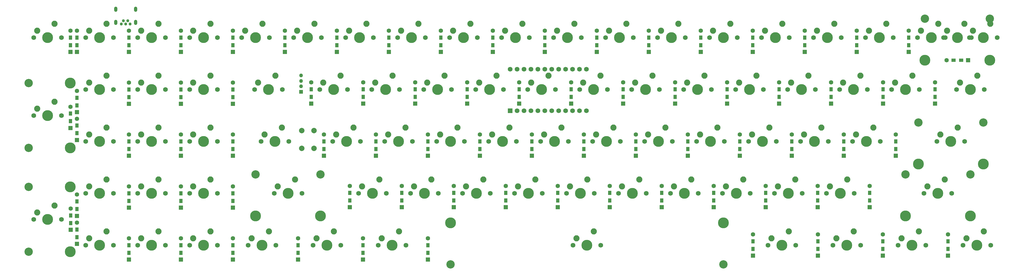
<source format=gbr>
%TF.GenerationSoftware,KiCad,Pcbnew,(5.1.7)-1*%
%TF.CreationDate,2021-02-06T20:18:09+07:00*%
%TF.ProjectId,bevi,62657669-2e6b-4696-9361-645f70636258,rev?*%
%TF.SameCoordinates,Original*%
%TF.FileFunction,Soldermask,Bot*%
%TF.FilePolarity,Negative*%
%FSLAX46Y46*%
G04 Gerber Fmt 4.6, Leading zero omitted, Abs format (unit mm)*
G04 Created by KiCad (PCBNEW (5.1.7)-1) date 2021-02-06 20:18:09*
%MOMM*%
%LPD*%
G01*
G04 APERTURE LIST*
%ADD10C,2.000000*%
%ADD11O,1.350000X1.350000*%
%ADD12R,1.350000X1.350000*%
%ADD13C,1.752600*%
%ADD14R,1.752600X1.752600*%
%ADD15O,1.200000X1.900000*%
%ADD16C,1.100000*%
%ADD17C,2.250000*%
%ADD18C,3.987800*%
%ADD19C,1.750000*%
%ADD20R,1.600000X1.600000*%
%ADD21C,1.600000*%
%ADD22R,1.600000X1.200000*%
%ADD23R,1.200000X1.600000*%
%ADD24C,3.048000*%
G04 APERTURE END LIST*
D10*
%TO.C,SW1*%
X122062500Y-78218750D03*
X126562500Y-78218750D03*
X122062500Y-71718750D03*
X126562500Y-71718750D03*
%TD*%
D11*
%TO.C,J2*%
X121875000Y-51468750D03*
X121875000Y-53468750D03*
X121875000Y-55468750D03*
D12*
X121875000Y-57468750D03*
%TD*%
D13*
%TO.C,U1*%
X198467500Y-49192500D03*
X226407500Y-64432500D03*
X201007500Y-49192500D03*
X203547500Y-49192500D03*
X206087500Y-49192500D03*
X208627500Y-49192500D03*
X211167500Y-49192500D03*
X213707500Y-49192500D03*
X216247500Y-49192500D03*
X218787500Y-49192500D03*
X221327500Y-49192500D03*
X223867500Y-49192500D03*
X226407500Y-49192500D03*
X223867500Y-64432500D03*
X221327500Y-64432500D03*
X218787500Y-64432500D03*
X216247500Y-64432500D03*
X213707500Y-64432500D03*
X211167500Y-64432500D03*
X208627500Y-64432500D03*
X206087500Y-64432500D03*
X203547500Y-64432500D03*
X201007500Y-64432500D03*
D14*
X198467500Y-64432500D03*
%TD*%
D15*
%TO.C,J1*%
X61212500Y-31968750D03*
X53912500Y-31968750D03*
D16*
X55962500Y-32568750D03*
X56762500Y-31368750D03*
X57562500Y-32568750D03*
X58362500Y-31368750D03*
X59162500Y-32568750D03*
D15*
X53912500Y-27148750D03*
X61212500Y-27148750D03*
%TD*%
D17*
%TO.C,MX_0_1*%
X88658750Y-32513750D03*
D18*
X86118750Y-37593750D03*
D17*
X82308750Y-35053750D03*
D19*
X81038750Y-37593750D03*
X91198750Y-37593750D03*
%TD*%
D20*
%TO.C,D85*%
X366243750Y-45843750D03*
D21*
X358443750Y-45843750D03*
D22*
X363743750Y-45843750D03*
X360943750Y-45843750D03*
%TD*%
D17*
%TO.C,MX_9_7_1*%
X355358750Y-32513750D03*
D18*
X352818750Y-37593750D03*
D17*
X349008750Y-35053750D03*
D19*
X347738750Y-37593750D03*
X357898750Y-37593750D03*
%TD*%
D17*
%TO.C,MX_8_5*%
X374408750Y-32513750D03*
D18*
X371868750Y-37593750D03*
D17*
X368058750Y-35053750D03*
D19*
X366788750Y-37593750D03*
X376948750Y-37593750D03*
%TD*%
D20*
%TO.C,D97*%
X344550000Y-42862500D03*
D21*
X344550000Y-35062500D03*
D23*
X344550000Y-40362500D03*
X344550000Y-37562500D03*
%TD*%
D20*
%TO.C,D96*%
X335062500Y-117618750D03*
D21*
X335062500Y-109818750D03*
D23*
X335062500Y-115118750D03*
X335062500Y-112318750D03*
%TD*%
D20*
%TO.C,D95*%
X287437500Y-117618750D03*
D21*
X287437500Y-109818750D03*
D23*
X287437500Y-115118750D03*
X287437500Y-112318750D03*
%TD*%
D20*
%TO.C,D94*%
X37312500Y-42862500D03*
D21*
X37312500Y-35062500D03*
D23*
X37312500Y-40362500D03*
X37312500Y-37562500D03*
%TD*%
D20*
%TO.C,D93*%
X37406250Y-108150000D03*
D21*
X37406250Y-100350000D03*
D23*
X37406250Y-105650000D03*
X37406250Y-102850000D03*
%TD*%
D20*
%TO.C,D92*%
X144525000Y-119062500D03*
D21*
X144525000Y-111262500D03*
D23*
X144525000Y-116562500D03*
X144525000Y-113762500D03*
%TD*%
D20*
%TO.C,D91*%
X96900000Y-119062500D03*
D21*
X96900000Y-111262500D03*
D23*
X96900000Y-116562500D03*
X96900000Y-113762500D03*
%TD*%
D20*
%TO.C,D90*%
X58800000Y-119062500D03*
D21*
X58800000Y-111262500D03*
D23*
X58800000Y-116562500D03*
X58800000Y-113762500D03*
%TD*%
D20*
%TO.C,D87*%
X358875000Y-117618750D03*
D21*
X358875000Y-109818750D03*
D23*
X358875000Y-115118750D03*
X358875000Y-112318750D03*
%TD*%
D20*
%TO.C,D86*%
X311250000Y-117618750D03*
D21*
X311250000Y-109818750D03*
D23*
X311250000Y-115118750D03*
X311250000Y-112318750D03*
%TD*%
D20*
%TO.C,D84*%
X37312500Y-70743750D03*
D21*
X37312500Y-62943750D03*
D23*
X37312500Y-68243750D03*
X37312500Y-65443750D03*
%TD*%
D20*
%TO.C,D83*%
X168337500Y-119062500D03*
D21*
X168337500Y-111262500D03*
D23*
X168337500Y-116562500D03*
X168337500Y-113762500D03*
%TD*%
D20*
%TO.C,D82*%
X120712500Y-119062500D03*
D21*
X120712500Y-111262500D03*
D23*
X120712500Y-116562500D03*
X120712500Y-113762500D03*
%TD*%
D20*
%TO.C,D81*%
X77850000Y-119062500D03*
D21*
X77850000Y-111262500D03*
D23*
X77850000Y-116562500D03*
X77850000Y-113762500D03*
%TD*%
D20*
%TO.C,D80*%
X39750000Y-113306250D03*
D21*
X39750000Y-105506250D03*
D23*
X39750000Y-110806250D03*
X39750000Y-108006250D03*
%TD*%
D20*
%TO.C,D77*%
X354131250Y-61837500D03*
D21*
X354131250Y-54037500D03*
D23*
X354131250Y-59337500D03*
X354131250Y-56537500D03*
%TD*%
D20*
%TO.C,D76*%
X311137500Y-99843750D03*
D21*
X311137500Y-92043750D03*
D23*
X311137500Y-97343750D03*
X311137500Y-94543750D03*
%TD*%
D20*
%TO.C,D75*%
X273037500Y-99843750D03*
D21*
X273037500Y-92043750D03*
D23*
X273037500Y-97343750D03*
X273037500Y-94543750D03*
%TD*%
D20*
%TO.C,D74*%
X234937500Y-99843750D03*
D21*
X234937500Y-92043750D03*
D23*
X234937500Y-97343750D03*
X234937500Y-94543750D03*
%TD*%
D20*
%TO.C,D73*%
X196837500Y-99843750D03*
D21*
X196837500Y-92043750D03*
D23*
X196837500Y-97343750D03*
X196837500Y-94543750D03*
%TD*%
D20*
%TO.C,D72*%
X158737500Y-99843750D03*
D21*
X158737500Y-92043750D03*
D23*
X158737500Y-97343750D03*
X158737500Y-94543750D03*
%TD*%
D20*
%TO.C,D71*%
X96900000Y-100012500D03*
D21*
X96900000Y-92212500D03*
D23*
X96900000Y-97512500D03*
X96900000Y-94712500D03*
%TD*%
D20*
%TO.C,D70*%
X58800000Y-100012500D03*
D21*
X58800000Y-92212500D03*
D23*
X58800000Y-97512500D03*
X58800000Y-94712500D03*
%TD*%
D20*
%TO.C,D67*%
X330187500Y-99843750D03*
D21*
X330187500Y-92043750D03*
D23*
X330187500Y-97343750D03*
X330187500Y-94543750D03*
%TD*%
D20*
%TO.C,D66*%
X292087500Y-99843750D03*
D21*
X292087500Y-92043750D03*
D23*
X292087500Y-97343750D03*
X292087500Y-94543750D03*
%TD*%
D20*
%TO.C,D65*%
X253987500Y-99843750D03*
D21*
X253987500Y-92043750D03*
D23*
X253987500Y-97343750D03*
X253987500Y-94543750D03*
%TD*%
D20*
%TO.C,D64*%
X215887500Y-99843750D03*
D21*
X215887500Y-92043750D03*
D23*
X215887500Y-97343750D03*
X215887500Y-94543750D03*
%TD*%
D20*
%TO.C,D63*%
X177787500Y-99843750D03*
D21*
X177787500Y-92043750D03*
D23*
X177787500Y-97343750D03*
X177787500Y-94543750D03*
%TD*%
D20*
%TO.C,D62*%
X139687500Y-99843750D03*
D21*
X139687500Y-92043750D03*
D23*
X139687500Y-97343750D03*
X139687500Y-94543750D03*
%TD*%
D20*
%TO.C,D61*%
X77850000Y-100012500D03*
D21*
X77850000Y-92212500D03*
D23*
X77850000Y-97512500D03*
X77850000Y-94712500D03*
%TD*%
D20*
%TO.C,D60*%
X39750000Y-102993750D03*
D21*
X39750000Y-95193750D03*
D23*
X39750000Y-100493750D03*
X39750000Y-97693750D03*
%TD*%
D20*
%TO.C,D57*%
X339768750Y-80962500D03*
D21*
X339768750Y-73162500D03*
D23*
X339768750Y-78462500D03*
X339768750Y-75662500D03*
%TD*%
D20*
%TO.C,D56*%
X301668750Y-80962500D03*
D21*
X301668750Y-73162500D03*
D23*
X301668750Y-78462500D03*
X301668750Y-75662500D03*
%TD*%
D20*
%TO.C,D55*%
X263568750Y-80962500D03*
D21*
X263568750Y-73162500D03*
D23*
X263568750Y-78462500D03*
X263568750Y-75662500D03*
%TD*%
D20*
%TO.C,D54*%
X225468750Y-80962500D03*
D21*
X225468750Y-73162500D03*
D23*
X225468750Y-78462500D03*
X225468750Y-75662500D03*
%TD*%
D20*
%TO.C,D53*%
X187368750Y-80962500D03*
D21*
X187368750Y-73162500D03*
D23*
X187368750Y-78462500D03*
X187368750Y-75662500D03*
%TD*%
D20*
%TO.C,D52*%
X149268750Y-80962500D03*
D21*
X149268750Y-73162500D03*
D23*
X149268750Y-78462500D03*
X149268750Y-75662500D03*
%TD*%
D20*
%TO.C,D51*%
X96900000Y-80962500D03*
D21*
X96900000Y-73162500D03*
D23*
X96900000Y-78462500D03*
X96900000Y-75662500D03*
%TD*%
D20*
%TO.C,D50*%
X58800000Y-80962500D03*
D21*
X58800000Y-73162500D03*
D23*
X58800000Y-78462500D03*
X58800000Y-75662500D03*
%TD*%
D20*
%TO.C,D47*%
X320718750Y-80962500D03*
D21*
X320718750Y-73162500D03*
D23*
X320718750Y-78462500D03*
X320718750Y-75662500D03*
%TD*%
D20*
%TO.C,D46*%
X282618750Y-80962500D03*
D21*
X282618750Y-73162500D03*
D23*
X282618750Y-78462500D03*
X282618750Y-75662500D03*
%TD*%
D20*
%TO.C,D45*%
X244518750Y-80962500D03*
D21*
X244518750Y-73162500D03*
D23*
X244518750Y-78462500D03*
X244518750Y-75662500D03*
%TD*%
D20*
%TO.C,D44*%
X206418750Y-80962500D03*
D21*
X206418750Y-73162500D03*
D23*
X206418750Y-78462500D03*
X206418750Y-75662500D03*
%TD*%
D20*
%TO.C,D43*%
X168318750Y-80962500D03*
D21*
X168318750Y-73162500D03*
D23*
X168318750Y-78462500D03*
X168318750Y-75662500D03*
%TD*%
D20*
%TO.C,D42*%
X130218750Y-80962500D03*
D21*
X130218750Y-73162500D03*
D23*
X130218750Y-78462500D03*
X130218750Y-75662500D03*
%TD*%
D20*
%TO.C,D41*%
X77850000Y-80962500D03*
D21*
X77850000Y-73162500D03*
D23*
X77850000Y-78462500D03*
X77850000Y-75662500D03*
%TD*%
D20*
%TO.C,D40*%
X39750000Y-75150000D03*
D21*
X39750000Y-67350000D03*
D23*
X39750000Y-72650000D03*
X39750000Y-69850000D03*
%TD*%
D20*
%TO.C,D37*%
X335081250Y-61837500D03*
D21*
X335081250Y-54037500D03*
D23*
X335081250Y-59337500D03*
X335081250Y-56537500D03*
%TD*%
D20*
%TO.C,D36*%
X296981250Y-61837500D03*
D21*
X296981250Y-54037500D03*
D23*
X296981250Y-59337500D03*
X296981250Y-56537500D03*
%TD*%
D20*
%TO.C,D35*%
X258881250Y-61837500D03*
D21*
X258881250Y-54037500D03*
D23*
X258881250Y-59337500D03*
X258881250Y-56537500D03*
%TD*%
D20*
%TO.C,D34*%
X220781250Y-61837500D03*
D21*
X220781250Y-54037500D03*
D23*
X220781250Y-59337500D03*
X220781250Y-56537500D03*
%TD*%
D20*
%TO.C,D33*%
X182681250Y-61837500D03*
D21*
X182681250Y-54037500D03*
D23*
X182681250Y-59337500D03*
X182681250Y-56537500D03*
%TD*%
D20*
%TO.C,D32*%
X144581250Y-61837500D03*
D21*
X144581250Y-54037500D03*
D23*
X144581250Y-59337500D03*
X144581250Y-56537500D03*
%TD*%
D20*
%TO.C,D31*%
X96900000Y-61912500D03*
D21*
X96900000Y-54112500D03*
D23*
X96900000Y-59412500D03*
X96900000Y-56612500D03*
%TD*%
D20*
%TO.C,D30*%
X58800000Y-61912500D03*
D21*
X58800000Y-54112500D03*
D23*
X58800000Y-59412500D03*
X58800000Y-56612500D03*
%TD*%
D20*
%TO.C,D27*%
X316031250Y-61837500D03*
D21*
X316031250Y-54037500D03*
D23*
X316031250Y-59337500D03*
X316031250Y-56537500D03*
%TD*%
D20*
%TO.C,D26*%
X277931250Y-61837500D03*
D21*
X277931250Y-54037500D03*
D23*
X277931250Y-59337500D03*
X277931250Y-56537500D03*
%TD*%
D20*
%TO.C,D25*%
X239831250Y-61837500D03*
D21*
X239831250Y-54037500D03*
D23*
X239831250Y-59337500D03*
X239831250Y-56537500D03*
%TD*%
D20*
%TO.C,D24*%
X201731250Y-61837500D03*
D21*
X201731250Y-54037500D03*
D23*
X201731250Y-59337500D03*
X201731250Y-56537500D03*
%TD*%
D20*
%TO.C,D23*%
X163631250Y-61837500D03*
D21*
X163631250Y-54037500D03*
D23*
X163631250Y-59337500D03*
X163631250Y-56537500D03*
%TD*%
D20*
%TO.C,D22*%
X125531250Y-61837500D03*
D21*
X125531250Y-54037500D03*
D23*
X125531250Y-59337500D03*
X125531250Y-56537500D03*
%TD*%
D20*
%TO.C,D21*%
X77850000Y-61912500D03*
D21*
X77850000Y-54112500D03*
D23*
X77850000Y-59412500D03*
X77850000Y-56612500D03*
%TD*%
D20*
%TO.C,D20*%
X39750000Y-64962500D03*
D21*
X39750000Y-57162500D03*
D23*
X39750000Y-62462500D03*
X39750000Y-59662500D03*
%TD*%
D20*
%TO.C,D17*%
X325500000Y-42862500D03*
D21*
X325500000Y-35062500D03*
D23*
X325500000Y-40362500D03*
X325500000Y-37562500D03*
%TD*%
D20*
%TO.C,D16*%
X287400000Y-42862500D03*
D21*
X287400000Y-35062500D03*
D23*
X287400000Y-40362500D03*
X287400000Y-37562500D03*
%TD*%
D20*
%TO.C,D15*%
X249300000Y-42862500D03*
D21*
X249300000Y-35062500D03*
D23*
X249300000Y-40362500D03*
X249300000Y-37562500D03*
%TD*%
D20*
%TO.C,D14*%
X211200000Y-42862500D03*
D21*
X211200000Y-35062500D03*
D23*
X211200000Y-40362500D03*
X211200000Y-37562500D03*
%TD*%
D20*
%TO.C,D13*%
X173100000Y-42862500D03*
D21*
X173100000Y-35062500D03*
D23*
X173100000Y-40362500D03*
X173100000Y-37562500D03*
%TD*%
D20*
%TO.C,D12*%
X135000000Y-42862500D03*
D21*
X135000000Y-35062500D03*
D23*
X135000000Y-40362500D03*
X135000000Y-37562500D03*
%TD*%
D20*
%TO.C,D11*%
X96900000Y-42862500D03*
D21*
X96900000Y-35062500D03*
D23*
X96900000Y-40362500D03*
X96900000Y-37562500D03*
%TD*%
D20*
%TO.C,D10*%
X58800000Y-42862500D03*
D21*
X58800000Y-35062500D03*
D23*
X58800000Y-40362500D03*
X58800000Y-37562500D03*
%TD*%
D20*
%TO.C,D7*%
X306450000Y-42862500D03*
D21*
X306450000Y-35062500D03*
D23*
X306450000Y-40362500D03*
X306450000Y-37562500D03*
%TD*%
D20*
%TO.C,D6*%
X268350000Y-42862500D03*
D21*
X268350000Y-35062500D03*
D23*
X268350000Y-40362500D03*
X268350000Y-37562500D03*
%TD*%
D20*
%TO.C,D5*%
X230250000Y-42862500D03*
D21*
X230250000Y-35062500D03*
D23*
X230250000Y-40362500D03*
X230250000Y-37562500D03*
%TD*%
D20*
%TO.C,D4*%
X192150000Y-42862500D03*
D21*
X192150000Y-35062500D03*
D23*
X192150000Y-40362500D03*
X192150000Y-37562500D03*
%TD*%
D20*
%TO.C,D3*%
X154050000Y-42862500D03*
D21*
X154050000Y-35062500D03*
D23*
X154050000Y-40362500D03*
X154050000Y-37562500D03*
%TD*%
D20*
%TO.C,D2*%
X115950000Y-42862500D03*
D21*
X115950000Y-35062500D03*
D23*
X115950000Y-40362500D03*
X115950000Y-37562500D03*
%TD*%
D20*
%TO.C,D1*%
X77850000Y-42862500D03*
D21*
X77850000Y-35062500D03*
D23*
X77850000Y-40362500D03*
X77850000Y-37562500D03*
%TD*%
D20*
%TO.C,D0*%
X39750000Y-42862500D03*
D21*
X39750000Y-35062500D03*
D23*
X39750000Y-40362500D03*
X39750000Y-37562500D03*
%TD*%
D17*
%TO.C,MX_5_1*%
X114852500Y-70613750D03*
D18*
X112312500Y-75693750D03*
D17*
X108502500Y-73153750D03*
D19*
X107232500Y-75693750D03*
X117392500Y-75693750D03*
%TD*%
D17*
%TO.C,MX_9_7*%
X364883750Y-32513750D03*
D18*
X362343750Y-37593750D03*
D17*
X358533750Y-35053750D03*
D19*
X357263750Y-37593750D03*
X367423750Y-37593750D03*
D24*
X350437500Y-30608750D03*
X374250000Y-30608750D03*
D18*
X350437500Y-45848750D03*
X374250000Y-45848750D03*
%TD*%
D17*
%TO.C,MX_9_6*%
X348215000Y-108713750D03*
D18*
X345675000Y-113793750D03*
D17*
X341865000Y-111253750D03*
D19*
X340595000Y-113793750D03*
X350755000Y-113793750D03*
%TD*%
D17*
%TO.C,MX_9_5*%
X300590000Y-108713750D03*
D18*
X298050000Y-113793750D03*
D17*
X294240000Y-111253750D03*
D19*
X292970000Y-113793750D03*
X303130000Y-113793750D03*
%TD*%
D17*
%TO.C,MX_9_4*%
X31508750Y-32513750D03*
D18*
X28968750Y-37593750D03*
D17*
X25158750Y-35053750D03*
D19*
X23888750Y-37593750D03*
X34048750Y-37593750D03*
%TD*%
D17*
%TO.C,MX_9_3*%
X31508750Y-99188750D03*
D18*
X28968750Y-104268750D03*
D17*
X25158750Y-101728750D03*
D19*
X23888750Y-104268750D03*
X34048750Y-104268750D03*
D24*
X21983750Y-116175000D03*
X21983750Y-92362500D03*
D18*
X37223750Y-116175000D03*
X37223750Y-92362500D03*
%TD*%
D17*
%TO.C,MX_9_2*%
X157715000Y-108713750D03*
D18*
X155175000Y-113793750D03*
D17*
X151365000Y-111253750D03*
D19*
X150095000Y-113793750D03*
X160255000Y-113793750D03*
%TD*%
D17*
%TO.C,MX_9_1*%
X110090000Y-108713750D03*
D18*
X107550000Y-113793750D03*
D17*
X103740000Y-111253750D03*
D19*
X102470000Y-113793750D03*
X112630000Y-113793750D03*
%TD*%
D17*
%TO.C,MX_9_0*%
X69608750Y-108713750D03*
D18*
X67068750Y-113793750D03*
D17*
X63258750Y-111253750D03*
D19*
X61988750Y-113793750D03*
X72148750Y-113793750D03*
%TD*%
D17*
%TO.C,MX_8_7*%
X372027500Y-108713750D03*
D18*
X369487500Y-113793750D03*
D17*
X365677500Y-111253750D03*
D19*
X364407500Y-113793750D03*
X374567500Y-113793750D03*
%TD*%
D17*
%TO.C,MX_8_6*%
X324402500Y-108713750D03*
D18*
X321862500Y-113793750D03*
D17*
X318052500Y-111253750D03*
D19*
X316782500Y-113793750D03*
X326942500Y-113793750D03*
%TD*%
D17*
%TO.C,MX_8_4*%
X31508750Y-61088750D03*
D18*
X28968750Y-66168750D03*
D17*
X25158750Y-63628750D03*
D19*
X23888750Y-66168750D03*
X34048750Y-66168750D03*
D24*
X21983750Y-78075000D03*
X21983750Y-54262500D03*
D18*
X37223750Y-78075000D03*
X37223750Y-54262500D03*
%TD*%
D17*
%TO.C,MX_8_3*%
X229152500Y-108713750D03*
D18*
X226612500Y-113793750D03*
D17*
X222802500Y-111253750D03*
D19*
X221532500Y-113793750D03*
X231692500Y-113793750D03*
D24*
X176612600Y-120778750D03*
X276612400Y-120778750D03*
D18*
X176612600Y-105538750D03*
X276612400Y-105538750D03*
%TD*%
D17*
%TO.C,MX_8_2*%
X133902500Y-108713750D03*
D18*
X131362500Y-113793750D03*
D17*
X127552500Y-111253750D03*
D19*
X126282500Y-113793750D03*
X136442500Y-113793750D03*
%TD*%
D17*
%TO.C,MX_8_1*%
X88658750Y-108713750D03*
D18*
X86118750Y-113793750D03*
D17*
X82308750Y-111253750D03*
D19*
X81038750Y-113793750D03*
X91198750Y-113793750D03*
%TD*%
D17*
%TO.C,MX_8_0*%
X50558750Y-108713750D03*
D18*
X48018750Y-113793750D03*
D17*
X44208750Y-111253750D03*
D19*
X42938750Y-113793750D03*
X53098750Y-113793750D03*
%TD*%
D17*
%TO.C,MX_7_7*%
X369646250Y-51563750D03*
D18*
X367106250Y-56643750D03*
D17*
X363296250Y-54103750D03*
D19*
X362026250Y-56643750D03*
X372186250Y-56643750D03*
%TD*%
D17*
%TO.C,MX_7_6*%
X322021250Y-89663750D03*
D18*
X319481250Y-94743750D03*
D17*
X315671250Y-92203750D03*
D19*
X314401250Y-94743750D03*
X324561250Y-94743750D03*
%TD*%
D17*
%TO.C,MX_7_5*%
X283921250Y-89663750D03*
D18*
X281381250Y-94743750D03*
D17*
X277571250Y-92203750D03*
D19*
X276301250Y-94743750D03*
X286461250Y-94743750D03*
%TD*%
D17*
%TO.C,MX_7_4*%
X245821250Y-89663750D03*
D18*
X243281250Y-94743750D03*
D17*
X239471250Y-92203750D03*
D19*
X238201250Y-94743750D03*
X248361250Y-94743750D03*
%TD*%
D17*
%TO.C,MX_7_3*%
X207721250Y-89663750D03*
D18*
X205181250Y-94743750D03*
D17*
X201371250Y-92203750D03*
D19*
X200101250Y-94743750D03*
X210261250Y-94743750D03*
%TD*%
D17*
%TO.C,MX_7_2*%
X169621250Y-89663750D03*
D18*
X167081250Y-94743750D03*
D17*
X163271250Y-92203750D03*
D19*
X162001250Y-94743750D03*
X172161250Y-94743750D03*
%TD*%
D17*
%TO.C,MX_7_1*%
X119615000Y-89663750D03*
D18*
X117075000Y-94743750D03*
D17*
X113265000Y-92203750D03*
D19*
X111995000Y-94743750D03*
X122155000Y-94743750D03*
D24*
X105168750Y-87758750D03*
X128981250Y-87758750D03*
D18*
X105168750Y-102998750D03*
X128981250Y-102998750D03*
%TD*%
D17*
%TO.C,MX_7_0*%
X69608750Y-89663750D03*
D18*
X67068750Y-94743750D03*
D17*
X63258750Y-92203750D03*
D19*
X61988750Y-94743750D03*
X72148750Y-94743750D03*
%TD*%
D17*
%TO.C,MX_6_7*%
X357740000Y-89663750D03*
D18*
X355200000Y-94743750D03*
D17*
X351390000Y-92203750D03*
D19*
X350120000Y-94743750D03*
X360280000Y-94743750D03*
D24*
X343293750Y-87758750D03*
X367106250Y-87758750D03*
D18*
X343293750Y-102998750D03*
X367106250Y-102998750D03*
%TD*%
D17*
%TO.C,MX_6_6*%
X302971250Y-89663750D03*
D18*
X300431250Y-94743750D03*
D17*
X296621250Y-92203750D03*
D19*
X295351250Y-94743750D03*
X305511250Y-94743750D03*
%TD*%
D17*
%TO.C,MX_6_5*%
X264871250Y-89663750D03*
D18*
X262331250Y-94743750D03*
D17*
X258521250Y-92203750D03*
D19*
X257251250Y-94743750D03*
X267411250Y-94743750D03*
%TD*%
D17*
%TO.C,MX_6_4*%
X226771250Y-89663750D03*
D18*
X224231250Y-94743750D03*
D17*
X220421250Y-92203750D03*
D19*
X219151250Y-94743750D03*
X229311250Y-94743750D03*
%TD*%
D17*
%TO.C,MX_6_3*%
X188671250Y-89663750D03*
D18*
X186131250Y-94743750D03*
D17*
X182321250Y-92203750D03*
D19*
X181051250Y-94743750D03*
X191211250Y-94743750D03*
%TD*%
D17*
%TO.C,MX_6_2*%
X150571250Y-89663750D03*
D18*
X148031250Y-94743750D03*
D17*
X144221250Y-92203750D03*
D19*
X142951250Y-94743750D03*
X153111250Y-94743750D03*
%TD*%
D17*
%TO.C,MX_6_1*%
X88658750Y-89663750D03*
D18*
X86118750Y-94743750D03*
D17*
X82308750Y-92203750D03*
D19*
X81038750Y-94743750D03*
X91198750Y-94743750D03*
%TD*%
D17*
%TO.C,MX_6_0*%
X50558750Y-89663750D03*
D18*
X48018750Y-94743750D03*
D17*
X44208750Y-92203750D03*
D19*
X42938750Y-94743750D03*
X53098750Y-94743750D03*
%TD*%
D17*
%TO.C,MX_5_7*%
X362502500Y-70613750D03*
D18*
X359962500Y-75693750D03*
D17*
X356152500Y-73153750D03*
D19*
X354882500Y-75693750D03*
X365042500Y-75693750D03*
D24*
X348056250Y-68708750D03*
X371868750Y-68708750D03*
D18*
X348056250Y-83948750D03*
X371868750Y-83948750D03*
%TD*%
D17*
%TO.C,MX_5_6*%
X312496250Y-70613750D03*
D18*
X309956250Y-75693750D03*
D17*
X306146250Y-73153750D03*
D19*
X304876250Y-75693750D03*
X315036250Y-75693750D03*
%TD*%
D17*
%TO.C,MX_5_5*%
X274396250Y-70613750D03*
D18*
X271856250Y-75693750D03*
D17*
X268046250Y-73153750D03*
D19*
X266776250Y-75693750D03*
X276936250Y-75693750D03*
%TD*%
D17*
%TO.C,MX_5_4*%
X236296250Y-70613750D03*
D18*
X233756250Y-75693750D03*
D17*
X229946250Y-73153750D03*
D19*
X228676250Y-75693750D03*
X238836250Y-75693750D03*
%TD*%
D17*
%TO.C,MX_5_3*%
X198196250Y-70613750D03*
D18*
X195656250Y-75693750D03*
D17*
X191846250Y-73153750D03*
D19*
X190576250Y-75693750D03*
X200736250Y-75693750D03*
%TD*%
D17*
%TO.C,MX_5_2*%
X160096250Y-70613750D03*
D18*
X157556250Y-75693750D03*
D17*
X153746250Y-73153750D03*
D19*
X152476250Y-75693750D03*
X162636250Y-75693750D03*
%TD*%
D17*
%TO.C,MX_5_0*%
X69608750Y-70613750D03*
D18*
X67068750Y-75693750D03*
D17*
X63258750Y-73153750D03*
D19*
X61988750Y-75693750D03*
X72148750Y-75693750D03*
%TD*%
D17*
%TO.C,MX_4_7*%
X331546250Y-70613750D03*
D18*
X329006250Y-75693750D03*
D17*
X325196250Y-73153750D03*
D19*
X323926250Y-75693750D03*
X334086250Y-75693750D03*
%TD*%
D17*
%TO.C,MX_4_6*%
X293446250Y-70613750D03*
D18*
X290906250Y-75693750D03*
D17*
X287096250Y-73153750D03*
D19*
X285826250Y-75693750D03*
X295986250Y-75693750D03*
%TD*%
D17*
%TO.C,MX_4_5*%
X255346250Y-70613750D03*
D18*
X252806250Y-75693750D03*
D17*
X248996250Y-73153750D03*
D19*
X247726250Y-75693750D03*
X257886250Y-75693750D03*
%TD*%
D17*
%TO.C,MX_4_4*%
X217246250Y-70613750D03*
D18*
X214706250Y-75693750D03*
D17*
X210896250Y-73153750D03*
D19*
X209626250Y-75693750D03*
X219786250Y-75693750D03*
%TD*%
D17*
%TO.C,MX_4_3*%
X179146250Y-70613750D03*
D18*
X176606250Y-75693750D03*
D17*
X172796250Y-73153750D03*
D19*
X171526250Y-75693750D03*
X181686250Y-75693750D03*
%TD*%
D17*
%TO.C,MX_4_2*%
X141046250Y-70613750D03*
D18*
X138506250Y-75693750D03*
D17*
X134696250Y-73153750D03*
D19*
X133426250Y-75693750D03*
X143586250Y-75693750D03*
%TD*%
D17*
%TO.C,MX_4_1*%
X88658750Y-70613750D03*
D18*
X86118750Y-75693750D03*
D17*
X82308750Y-73153750D03*
D19*
X81038750Y-75693750D03*
X91198750Y-75693750D03*
%TD*%
D17*
%TO.C,MX_4_0*%
X50558750Y-70613750D03*
D18*
X48018750Y-75693750D03*
D17*
X44208750Y-73153750D03*
D19*
X42938750Y-75693750D03*
X53098750Y-75693750D03*
%TD*%
D17*
%TO.C,MX_3_7*%
X345833750Y-51563750D03*
D18*
X343293750Y-56643750D03*
D17*
X339483750Y-54103750D03*
D19*
X338213750Y-56643750D03*
X348373750Y-56643750D03*
%TD*%
D17*
%TO.C,MX_3_6*%
X307733750Y-51563750D03*
D18*
X305193750Y-56643750D03*
D17*
X301383750Y-54103750D03*
D19*
X300113750Y-56643750D03*
X310273750Y-56643750D03*
%TD*%
D17*
%TO.C,MX_3_5*%
X269633750Y-51563750D03*
D18*
X267093750Y-56643750D03*
D17*
X263283750Y-54103750D03*
D19*
X262013750Y-56643750D03*
X272173750Y-56643750D03*
%TD*%
%TO.C,MX_3_4*%
X234073750Y-56643750D03*
X223913750Y-56643750D03*
D17*
X225183750Y-54103750D03*
D18*
X228993750Y-56643750D03*
D17*
X231533750Y-51563750D03*
%TD*%
%TO.C,MX_3_3*%
X193433750Y-51563750D03*
D18*
X190893750Y-56643750D03*
D17*
X187083750Y-54103750D03*
D19*
X185813750Y-56643750D03*
X195973750Y-56643750D03*
%TD*%
D17*
%TO.C,MX_3_2*%
X155333750Y-51563750D03*
D18*
X152793750Y-56643750D03*
D17*
X148983750Y-54103750D03*
D19*
X147713750Y-56643750D03*
X157873750Y-56643750D03*
%TD*%
D17*
%TO.C,MX_3_1*%
X112471250Y-51563750D03*
D18*
X109931250Y-56643750D03*
D17*
X106121250Y-54103750D03*
D19*
X104851250Y-56643750D03*
X115011250Y-56643750D03*
%TD*%
D17*
%TO.C,MX_3_0*%
X69608750Y-51563750D03*
D18*
X67068750Y-56643750D03*
D17*
X63258750Y-54103750D03*
D19*
X61988750Y-56643750D03*
X72148750Y-56643750D03*
%TD*%
D17*
%TO.C,MX_2_7*%
X326783750Y-51563750D03*
D18*
X324243750Y-56643750D03*
D17*
X320433750Y-54103750D03*
D19*
X319163750Y-56643750D03*
X329323750Y-56643750D03*
%TD*%
D17*
%TO.C,MX_2_6*%
X288683750Y-51563750D03*
D18*
X286143750Y-56643750D03*
D17*
X282333750Y-54103750D03*
D19*
X281063750Y-56643750D03*
X291223750Y-56643750D03*
%TD*%
D17*
%TO.C,MX_2_5*%
X250583750Y-51563750D03*
D18*
X248043750Y-56643750D03*
D17*
X244233750Y-54103750D03*
D19*
X242963750Y-56643750D03*
X253123750Y-56643750D03*
%TD*%
D17*
%TO.C,MX_2_4*%
X212483750Y-51563750D03*
D18*
X209943750Y-56643750D03*
D17*
X206133750Y-54103750D03*
D19*
X204863750Y-56643750D03*
X215023750Y-56643750D03*
%TD*%
D17*
%TO.C,MX_2_3*%
X174383750Y-51563750D03*
D18*
X171843750Y-56643750D03*
D17*
X168033750Y-54103750D03*
D19*
X166763750Y-56643750D03*
X176923750Y-56643750D03*
%TD*%
D17*
%TO.C,MX_2_2*%
X136283750Y-51563750D03*
D18*
X133743750Y-56643750D03*
D17*
X129933750Y-54103750D03*
D19*
X128663750Y-56643750D03*
X138823750Y-56643750D03*
%TD*%
D17*
%TO.C,MX_2_1*%
X88658750Y-51563750D03*
D18*
X86118750Y-56643750D03*
D17*
X82308750Y-54103750D03*
D19*
X81038750Y-56643750D03*
X91198750Y-56643750D03*
%TD*%
D17*
%TO.C,MX_2_0*%
X50558750Y-51563750D03*
D18*
X48018750Y-56643750D03*
D17*
X44208750Y-54103750D03*
D19*
X42938750Y-56643750D03*
X53098750Y-56643750D03*
%TD*%
D17*
%TO.C,MX_1_7*%
X336308750Y-32513750D03*
D18*
X333768750Y-37593750D03*
D17*
X329958750Y-35053750D03*
D19*
X328688750Y-37593750D03*
X338848750Y-37593750D03*
%TD*%
D17*
%TO.C,MX_1_6*%
X298208750Y-32513750D03*
D18*
X295668750Y-37593750D03*
D17*
X291858750Y-35053750D03*
D19*
X290588750Y-37593750D03*
X300748750Y-37593750D03*
%TD*%
D17*
%TO.C,MX_1_5*%
X260108750Y-32513750D03*
D18*
X257568750Y-37593750D03*
D17*
X253758750Y-35053750D03*
D19*
X252488750Y-37593750D03*
X262648750Y-37593750D03*
%TD*%
D17*
%TO.C,MX_1_4*%
X222008750Y-32513750D03*
D18*
X219468750Y-37593750D03*
D17*
X215658750Y-35053750D03*
D19*
X214388750Y-37593750D03*
X224548750Y-37593750D03*
%TD*%
D17*
%TO.C,MX_1_3*%
X183908750Y-32513750D03*
D18*
X181368750Y-37593750D03*
D17*
X177558750Y-35053750D03*
D19*
X176288750Y-37593750D03*
X186448750Y-37593750D03*
%TD*%
D17*
%TO.C,MX_1_2*%
X145808750Y-32513750D03*
D18*
X143268750Y-37593750D03*
D17*
X139458750Y-35053750D03*
D19*
X138188750Y-37593750D03*
X148348750Y-37593750D03*
%TD*%
D17*
%TO.C,MX_1_1*%
X107708750Y-32513750D03*
D18*
X105168750Y-37593750D03*
D17*
X101358750Y-35053750D03*
D19*
X100088750Y-37593750D03*
X110248750Y-37593750D03*
%TD*%
D17*
%TO.C,MX_1_0*%
X69608750Y-32513750D03*
D18*
X67068750Y-37593750D03*
D17*
X63258750Y-35053750D03*
D19*
X61988750Y-37593750D03*
X72148750Y-37593750D03*
%TD*%
D17*
%TO.C,MX_0_7*%
X317258750Y-32513750D03*
D18*
X314718750Y-37593750D03*
D17*
X310908750Y-35053750D03*
D19*
X309638750Y-37593750D03*
X319798750Y-37593750D03*
%TD*%
D17*
%TO.C,MX_0_6*%
X279158750Y-32513750D03*
D18*
X276618750Y-37593750D03*
D17*
X272808750Y-35053750D03*
D19*
X271538750Y-37593750D03*
X281698750Y-37593750D03*
%TD*%
D17*
%TO.C,MX_0_5*%
X241058750Y-32513750D03*
D18*
X238518750Y-37593750D03*
D17*
X234708750Y-35053750D03*
D19*
X233438750Y-37593750D03*
X243598750Y-37593750D03*
%TD*%
D17*
%TO.C,MX_0_4*%
X202958750Y-32513750D03*
D18*
X200418750Y-37593750D03*
D17*
X196608750Y-35053750D03*
D19*
X195338750Y-37593750D03*
X205498750Y-37593750D03*
%TD*%
D17*
%TO.C,MX_0_3*%
X164858750Y-32513750D03*
D18*
X162318750Y-37593750D03*
D17*
X158508750Y-35053750D03*
D19*
X157238750Y-37593750D03*
X167398750Y-37593750D03*
%TD*%
D17*
%TO.C,MX_0_2*%
X126758750Y-32513750D03*
D18*
X124218750Y-37593750D03*
D17*
X120408750Y-35053750D03*
D19*
X119138750Y-37593750D03*
X129298750Y-37593750D03*
%TD*%
D17*
%TO.C,MX_0_0*%
X50558750Y-32513750D03*
D18*
X48018750Y-37593750D03*
D17*
X44208750Y-35053750D03*
D19*
X42938750Y-37593750D03*
X53098750Y-37593750D03*
%TD*%
M02*

</source>
